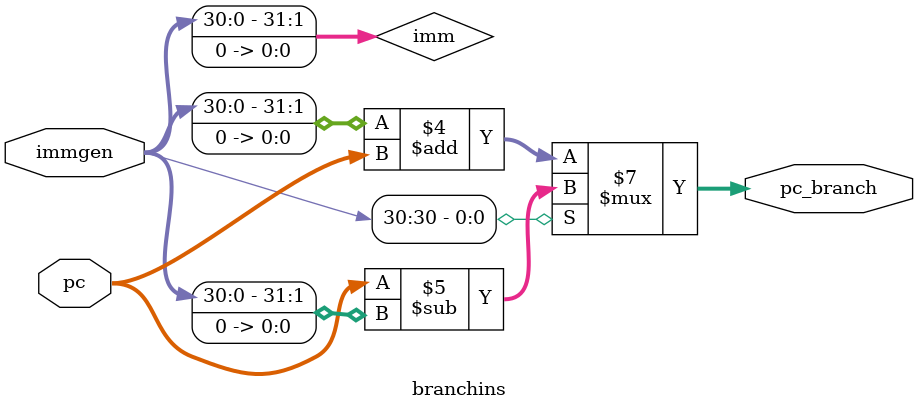
<source format=sv>
module branchins(
    input logic [31:0] immgen,
    input logic [31:0] pc,
    output logic [31:0] pc_branch
);

logic [31:0] imm;

always_comb begin
    imm = immgen << 1;

    if (imm[31] == 0) begin
        pc_branch = imm + pc;
    end else begin
        pc_branch = pc - imm;
    end
end

endmodule

</source>
